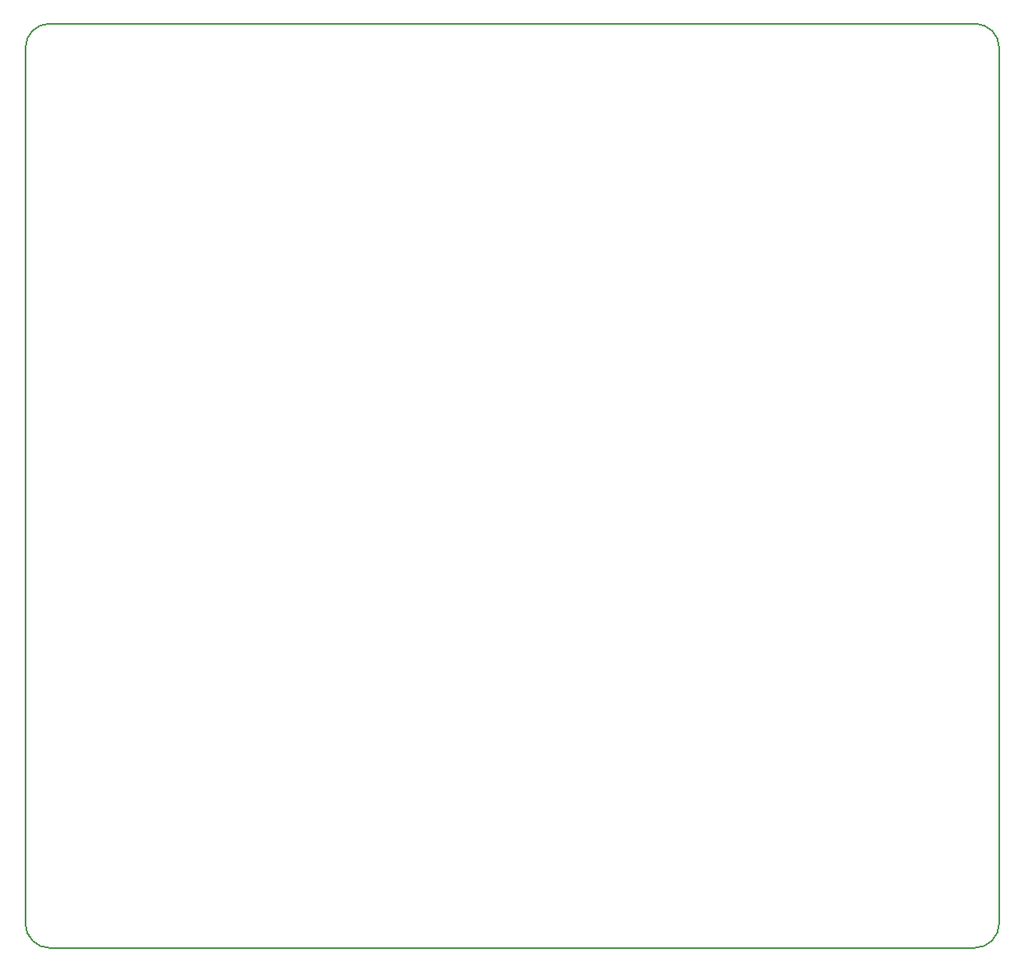
<source format=gm1>
G04 #@! TF.GenerationSoftware,KiCad,Pcbnew,7.0.8*
G04 #@! TF.CreationDate,2024-11-23T18:49:15+01:00*
G04 #@! TF.ProjectId,PCK-Controller,50434b2d-436f-46e7-9472-6f6c6c65722e,rev?*
G04 #@! TF.SameCoordinates,Original*
G04 #@! TF.FileFunction,Profile,NP*
%FSLAX46Y46*%
G04 Gerber Fmt 4.6, Leading zero omitted, Abs format (unit mm)*
G04 Created by KiCad (PCBNEW 7.0.8) date 2024-11-23 18:49:15*
%MOMM*%
%LPD*%
G01*
G04 APERTURE LIST*
G04 #@! TA.AperFunction,Profile*
%ADD10C,0.200000*%
G04 #@! TD*
G04 APERTURE END LIST*
D10*
X102500000Y-50000000D02*
X197500000Y-50000000D01*
X200000000Y-142500000D02*
X200000000Y-52500000D01*
X197500000Y-145000000D02*
G75*
G03*
X200000000Y-142500000I0J2500000D01*
G01*
X100000000Y-142500000D02*
X100000000Y-52500000D01*
X102500000Y-145000000D02*
X197500000Y-145000000D01*
X200000000Y-52500000D02*
G75*
G03*
X197500000Y-50000000I-2500000J0D01*
G01*
X102500000Y-50000000D02*
G75*
G03*
X100000000Y-52500000I0J-2500000D01*
G01*
X100000000Y-142500000D02*
G75*
G03*
X102500000Y-145000000I2500000J0D01*
G01*
M02*

</source>
